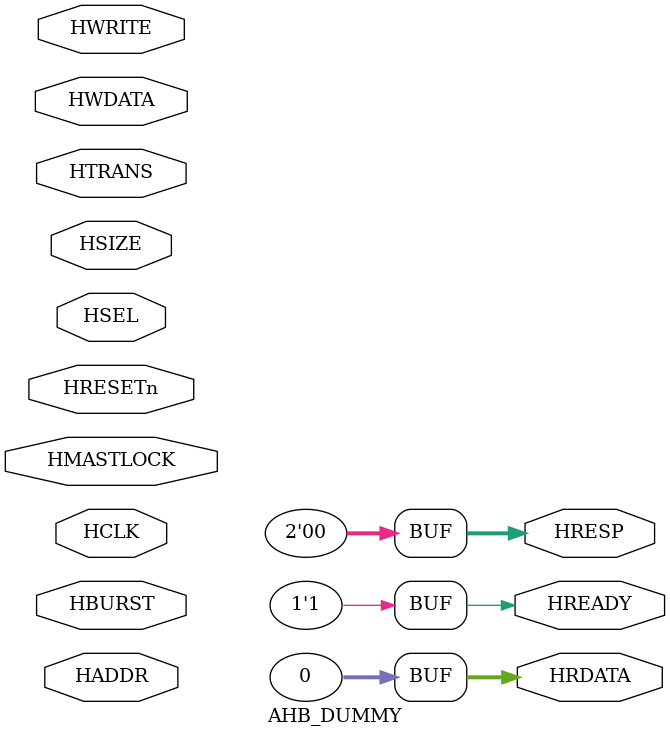
<source format=v>

module AHB_DUMMY
(
  // --------------------------
  // Input pins: AHB signals //
  // --------------------------
  // Select
  input HSEL,
  // Address and control
  input [31:0] HADDR,
  input HWRITE,
  input [1:0] HTRANS,
  input [2:0] HSIZE,
  input [2:0] HBURST,
  // Data in
  input [31:0] HWDATA,
  // Reset and clock
  input HRESETn,
  input HCLK,
  input HMASTLOCK,
  // --------------
  // Output pins //
  // --------------
  // Transfer responses
  output HREADY,
  output [1:0] HRESP,
  // Data out
  
   output [31:0] HRDATA
);

assign HRESP=0;
assign HREADY=1;
assign HRDATA=0;

endmodule
</source>
